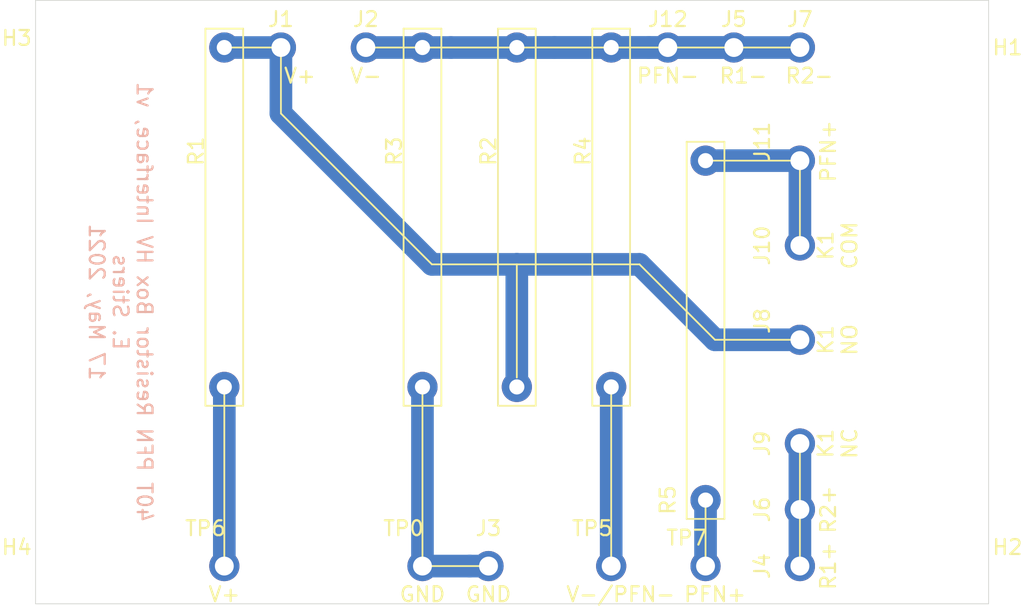
<source format=kicad_pcb>
(kicad_pcb (version 20171130) (host pcbnew "(5.1.6)-1")

  (general
    (thickness 1.6)
    (drawings 40)
    (tracks 23)
    (zones 0)
    (modules 25)
    (nets 9)
  )

  (page A4)
  (title_block
    (title "40T PFN Resistor Box HV Interface")
    (date 2021-05-17)
    (rev 1)
    (company NHMFL)
    (comment 1 "E. Stiers")
  )

  (layers
    (0 F.Cu signal)
    (31 B.Cu signal)
    (32 B.Adhes user)
    (33 F.Adhes user)
    (34 B.Paste user)
    (35 F.Paste user)
    (36 B.SilkS user)
    (37 F.SilkS user)
    (38 B.Mask user)
    (39 F.Mask user)
    (40 Dwgs.User user)
    (41 Cmts.User user)
    (42 Eco1.User user)
    (43 Eco2.User user)
    (44 Edge.Cuts user)
    (45 Margin user)
    (46 B.CrtYd user)
    (47 F.CrtYd user)
    (48 B.Fab user)
    (49 F.Fab user hide)
  )

  (setup
    (last_trace_width 0.25)
    (user_trace_width 0.0254)
    (user_trace_width 1.524)
    (trace_clearance 0.2)
    (zone_clearance 0.508)
    (zone_45_only no)
    (trace_min 0.2)
    (via_size 0.8)
    (via_drill 0.4)
    (via_min_size 0.4)
    (via_min_drill 0.3)
    (uvia_size 0.3)
    (uvia_drill 0.1)
    (uvias_allowed no)
    (uvia_min_size 0.2)
    (uvia_min_drill 0.1)
    (edge_width 0.05)
    (segment_width 0.2)
    (pcb_text_width 0.3)
    (pcb_text_size 1.5 1.5)
    (mod_edge_width 0.12)
    (mod_text_size 1 1)
    (mod_text_width 0.15)
    (pad_size 2.032 2.032)
    (pad_drill 1.27)
    (pad_to_mask_clearance 0.05)
    (aux_axis_origin 0 0)
    (visible_elements 7FFFFFFF)
    (pcbplotparams
      (layerselection 0x010fc_ffffffff)
      (usegerberextensions false)
      (usegerberattributes true)
      (usegerberadvancedattributes true)
      (creategerberjobfile true)
      (excludeedgelayer true)
      (linewidth 0.100000)
      (plotframeref false)
      (viasonmask false)
      (mode 1)
      (useauxorigin false)
      (hpglpennumber 1)
      (hpglpenspeed 20)
      (hpglpendiameter 15.000000)
      (psnegative false)
      (psa4output false)
      (plotreference true)
      (plotvalue true)
      (plotinvisibletext false)
      (padsonsilk false)
      (subtractmaskfromsilk false)
      (outputformat 1)
      (mirror false)
      (drillshape 1)
      (scaleselection 1)
      (outputdirectory ""))
  )

  (net 0 "")
  (net 1 "Net-(J1-Pad1)")
  (net 2 "Net-(J12-Pad1)")
  (net 3 "Net-(J3-Pad1)")
  (net 4 "Net-(J4-Pad1)")
  (net 5 "Net-(J10-Pad1)")
  (net 6 "Net-(R1-Pad1)")
  (net 7 "Net-(R4-Pad2)")
  (net 8 "Net-(R5-Pad1)")

  (net_class Default "This is the default net class."
    (clearance 0.2)
    (trace_width 0.25)
    (via_dia 0.8)
    (via_drill 0.4)
    (uvia_dia 0.3)
    (uvia_drill 0.1)
    (add_net "Net-(J1-Pad1)")
    (add_net "Net-(J10-Pad1)")
    (add_net "Net-(J12-Pad1)")
    (add_net "Net-(J3-Pad1)")
    (add_net "Net-(J4-Pad1)")
    (add_net "Net-(R1-Pad1)")
    (add_net "Net-(R4-Pad2)")
    (add_net "Net-(R5-Pad1)")
  )

  (module es_uncommon:TestPoint_50mil_thru (layer F.Cu) (tedit 60A316BF) (tstamp 60A2D894)
    (at 158.75 100.965)
    (path /60A2F9A2)
    (fp_text reference TP7 (at -1.27 -1.905) (layer F.SilkS)
      (effects (font (size 1 1) (thickness 0.15)))
    )
    (fp_text value PFN+ (at 0 -5.08) (layer F.Fab)
      (effects (font (size 1 1) (thickness 0.15)))
    )
    (pad 1 thru_hole circle (at 0 0) (size 2.032 2.032) (drill 1.27) (layers *.Cu *.Mask)
      (net 8 "Net-(R5-Pad1)"))
  )

  (module es_uncommon:TestPoint_50mil_thru (layer F.Cu) (tedit 60A316BF) (tstamp 60A2D88F)
    (at 126.365 100.965)
    (path /60A365BC)
    (fp_text reference TP6 (at -1.27 -2.54) (layer F.SilkS)
      (effects (font (size 1 1) (thickness 0.15)))
    )
    (fp_text value V+ (at 0 -5.08) (layer F.Fab)
      (effects (font (size 1 1) (thickness 0.15)))
    )
    (pad 1 thru_hole circle (at 0 0) (size 2.032 2.032) (drill 1.27) (layers *.Cu *.Mask)
      (net 6 "Net-(R1-Pad1)"))
  )

  (module es_uncommon:TestPoint_50mil_thru (layer F.Cu) (tedit 60A316BF) (tstamp 60A2D88A)
    (at 152.4 100.965)
    (path /60A300B3)
    (fp_text reference TP5 (at -1.27 -2.54) (layer F.SilkS)
      (effects (font (size 1 1) (thickness 0.15)))
    )
    (fp_text value V-/PFN- (at 0 -5.08) (layer F.Fab)
      (effects (font (size 1 1) (thickness 0.15)))
    )
    (pad 1 thru_hole circle (at 0 0) (size 2.032 2.032) (drill 1.27) (layers *.Cu *.Mask)
      (net 7 "Net-(R4-Pad2)"))
  )

  (module es_uncommon:TestPoint_50mil_thru (layer F.Cu) (tedit 60A316BF) (tstamp 60A2D885)
    (at 139.7 100.965)
    (path /60A40D99)
    (fp_text reference TP0 (at -1.27 -2.54) (layer F.SilkS)
      (effects (font (size 1 1) (thickness 0.15)))
    )
    (fp_text value GND (at 0 -5.08) (layer F.Fab)
      (effects (font (size 1 1) (thickness 0.15)))
    )
    (pad 1 thru_hole circle (at 0 0) (size 2.032 2.032) (drill 1.27) (layers *.Cu *.Mask)
      (net 3 "Net-(J3-Pad1)"))
  )

  (module es_uncommon:TestPoint_50mil_thru (layer F.Cu) (tedit 60A316BF) (tstamp 60A2DC64)
    (at 156.21 66.04)
    (path /60A351D5)
    (fp_text reference J12 (at 0 -1.905) (layer F.SilkS)
      (effects (font (size 1 1) (thickness 0.15)))
    )
    (fp_text value PFN- (at 0 -5.08) (layer F.Fab)
      (effects (font (size 1 1) (thickness 0.15)))
    )
    (pad 1 thru_hole circle (at 0 0) (size 2.032 2.032) (drill 1.27) (layers *.Cu *.Mask)
      (net 2 "Net-(J12-Pad1)"))
  )

  (module es_uncommon:TestPoint_50mil_thru (layer F.Cu) (tedit 60A316BF) (tstamp 60A31908)
    (at 165.1 73.66 90)
    (path /60A34F41)
    (fp_text reference J11 (at 1.27 -2.54 90) (layer F.SilkS)
      (effects (font (size 1 1) (thickness 0.15)))
    )
    (fp_text value PFN+ (at 0 -5.08 90) (layer F.Fab)
      (effects (font (size 1 1) (thickness 0.15)))
    )
    (pad 1 thru_hole circle (at 0 0 90) (size 2.032 2.032) (drill 1.27) (layers *.Cu *.Mask)
      (net 5 "Net-(J10-Pad1)"))
  )

  (module es_uncommon:TestPoint_50mil_thru (layer F.Cu) (tedit 60A316BF) (tstamp 60A2D844)
    (at 165.1 79.375 90)
    (path /60A34812)
    (fp_text reference J10 (at 0 -2.54 90) (layer F.SilkS)
      (effects (font (size 1 1) (thickness 0.15)))
    )
    (fp_text value "K1 COM" (at 0 -5.08 90) (layer F.Fab)
      (effects (font (size 1 1) (thickness 0.15)))
    )
    (pad 1 thru_hole circle (at 0 0 90) (size 2.032 2.032) (drill 1.27) (layers *.Cu *.Mask)
      (net 5 "Net-(J10-Pad1)"))
  )

  (module es_uncommon:TestPoint_50mil_thru (layer F.Cu) (tedit 60A316BF) (tstamp 60A2D83F)
    (at 165.1 92.71 90)
    (path /60A342D2)
    (fp_text reference J9 (at 0 -2.54 90) (layer F.SilkS)
      (effects (font (size 1 1) (thickness 0.15)))
    )
    (fp_text value "K1 NC" (at 0 -5.08 90) (layer F.Fab)
      (effects (font (size 1 1) (thickness 0.15)))
    )
    (pad 1 thru_hole circle (at 0 0 90) (size 2.032 2.032) (drill 1.27) (layers *.Cu *.Mask)
      (net 4 "Net-(J4-Pad1)"))
  )

  (module es_uncommon:TestPoint_50mil_thru (layer F.Cu) (tedit 60A316BF) (tstamp 60A318EE)
    (at 165.1 85.725 90)
    (path /60A33B82)
    (fp_text reference J8 (at 1.27 -2.54 90) (layer F.SilkS)
      (effects (font (size 1 1) (thickness 0.15)))
    )
    (fp_text value "K1 NO" (at 0 -5.08 90) (layer F.Fab)
      (effects (font (size 1 1) (thickness 0.15)))
    )
    (pad 1 thru_hole circle (at 0 0 90) (size 2.032 2.032) (drill 1.27) (layers *.Cu *.Mask)
      (net 1 "Net-(J1-Pad1)"))
  )

  (module es_uncommon:TestPoint_50mil_thru (layer F.Cu) (tedit 60A316BF) (tstamp 60A2D835)
    (at 165.1 66.04)
    (path /60A331D1)
    (fp_text reference J7 (at 0 -1.905) (layer F.SilkS)
      (effects (font (size 1 1) (thickness 0.15)))
    )
    (fp_text value R2- (at 0 -5.08) (layer F.Fab)
      (effects (font (size 1 1) (thickness 0.15)))
    )
    (pad 1 thru_hole circle (at 0 0) (size 2.032 2.032) (drill 1.27) (layers *.Cu *.Mask)
      (net 2 "Net-(J12-Pad1)"))
  )

  (module es_uncommon:TestPoint_50mil_thru (layer F.Cu) (tedit 60A316BF) (tstamp 60A2D830)
    (at 165.1 97.155 90)
    (path /60A32652)
    (fp_text reference J6 (at 0 -2.54 90) (layer F.SilkS)
      (effects (font (size 1 1) (thickness 0.15)))
    )
    (fp_text value R2+ (at 0 -5.08 90) (layer F.Fab)
      (effects (font (size 1 1) (thickness 0.15)))
    )
    (pad 1 thru_hole circle (at 0 0 90) (size 2.032 2.032) (drill 1.27) (layers *.Cu *.Mask)
      (net 4 "Net-(J4-Pad1)"))
  )

  (module es_uncommon:TestPoint_50mil_thru (layer F.Cu) (tedit 60A316BF) (tstamp 60A2D82B)
    (at 160.655 66.04)
    (path /60A32BA2)
    (fp_text reference J5 (at 0 -1.905) (layer F.SilkS)
      (effects (font (size 1 1) (thickness 0.15)))
    )
    (fp_text value R1- (at 0 -5.08) (layer F.Fab)
      (effects (font (size 1 1) (thickness 0.15)))
    )
    (pad 1 thru_hole circle (at 0 0) (size 2.032 2.032) (drill 1.27) (layers *.Cu *.Mask)
      (net 2 "Net-(J12-Pad1)"))
  )

  (module es_uncommon:TestPoint_50mil_thru (layer F.Cu) (tedit 60A316BF) (tstamp 60A2D826)
    (at 165.1 100.965 90)
    (path /60A32161)
    (fp_text reference J4 (at 0 -2.54 90) (layer F.SilkS)
      (effects (font (size 1 1) (thickness 0.15)))
    )
    (fp_text value R1+ (at 0 -5.08 90) (layer F.Fab)
      (effects (font (size 1 1) (thickness 0.15)))
    )
    (pad 1 thru_hole circle (at 0 0 90) (size 2.032 2.032) (drill 1.27) (layers *.Cu *.Mask)
      (net 4 "Net-(J4-Pad1)"))
  )

  (module es_uncommon:TestPoint_50mil_thru (layer F.Cu) (tedit 60A316BF) (tstamp 60A2DC34)
    (at 135.89 66.04)
    (path /60A2E797)
    (fp_text reference J2 (at 0 -1.905) (layer F.SilkS)
      (effects (font (size 1 1) (thickness 0.15)))
    )
    (fp_text value V- (at 0 -5.08) (layer F.Fab)
      (effects (font (size 1 1) (thickness 0.15)))
    )
    (pad 1 thru_hole circle (at 0 0) (size 2.032 2.032) (drill 1.27) (layers *.Cu *.Mask)
      (net 2 "Net-(J12-Pad1)"))
  )

  (module es_uncommon:TestPoint_50mil_thru (layer F.Cu) (tedit 60A316BF) (tstamp 60A2DC4C)
    (at 130.175 66.04)
    (path /60A2CF92)
    (fp_text reference J1 (at 0 -1.905) (layer F.SilkS)
      (effects (font (size 1 1) (thickness 0.15)))
    )
    (fp_text value V+ (at 0 -5.08) (layer F.Fab)
      (effects (font (size 1 1) (thickness 0.15)))
    )
    (pad 1 thru_hole circle (at 0 0) (size 2.032 2.032) (drill 1.27) (layers *.Cu *.Mask)
      (net 1 "Net-(J1-Pad1)"))
  )

  (module es_uncommon:TestPoint_50mil_thru (layer F.Cu) (tedit 60A316BF) (tstamp 60A2DC40)
    (at 144.145 100.965)
    (path /60A4B4BF)
    (fp_text reference J3 (at 0 -2.54) (layer F.SilkS)
      (effects (font (size 1 1) (thickness 0.15)))
    )
    (fp_text value GND (at 0 -5.08) (layer F.Fab)
      (effects (font (size 1 1) (thickness 0.15)))
    )
    (pad 1 thru_hole circle (at 0 0) (size 2.032 2.032) (drill 1.27) (layers *.Cu *.Mask)
      (net 3 "Net-(J3-Pad1)"))
  )

  (module es_uncommon:SLIM-MOX10403 (layer F.Cu) (tedit 609E9FC8) (tstamp 60A2D880)
    (at 158.75 85.09 90)
    (path /60A2F67F)
    (fp_text reference R5 (at -11.43 -2.54 90) (layer F.SilkS)
      (effects (font (size 1 1) (thickness 0.15)))
    )
    (fp_text value 1M (at 0 2.54 90) (layer F.Fab)
      (effects (font (size 1 1) (thickness 0.15)))
    )
    (fp_line (start -12.7 -1.27) (end -12.7 1.27) (layer F.SilkS) (width 0.12))
    (fp_line (start -12.7 1.27) (end 12.7 1.27) (layer F.SilkS) (width 0.12))
    (fp_line (start 12.7 1.27) (end 12.7 -1.27) (layer F.SilkS) (width 0.12))
    (fp_line (start 12.7 -1.27) (end -12.7 -1.27) (layer F.SilkS) (width 0.12))
    (pad 2 thru_hole circle (at 11.43 0 90) (size 2.032 2.032) (drill 1.016) (layers *.Cu *.Mask)
      (net 5 "Net-(J10-Pad1)"))
    (pad 1 thru_hole circle (at -11.43 0 90) (size 2.032 2.032) (drill 1.016) (layers *.Cu *.Mask)
      (net 8 "Net-(R5-Pad1)"))
  )

  (module MountingHole:MountingHole_3.2mm_M3 (layer F.Cu) (tedit 56D1B4CB) (tstamp 60A2E443)
    (at 117.475 99.695)
    (descr "Mounting Hole 3.2mm, no annular, M3")
    (tags "mounting hole 3.2mm no annular m3")
    (path /60A43B62)
    (attr virtual)
    (fp_text reference H4 (at -5.08 0) (layer F.SilkS)
      (effects (font (size 1 1) (thickness 0.15)))
    )
    (fp_text value MountingHole (at 0 4.2) (layer F.Fab)
      (effects (font (size 1 1) (thickness 0.15)))
    )
    (fp_circle (center 0 0) (end 3.2 0) (layer Cmts.User) (width 0.15))
    (fp_circle (center 0 0) (end 3.45 0) (layer F.CrtYd) (width 0.05))
    (fp_text user %R (at 0.3 0) (layer F.Fab)
      (effects (font (size 1 1) (thickness 0.15)))
    )
    (pad 1 np_thru_hole circle (at 0 0) (size 3.2 3.2) (drill 3.2) (layers *.Cu *.Mask))
  )

  (module MountingHole:MountingHole_3.2mm_M3 (layer F.Cu) (tedit 56D1B4CB) (tstamp 60A2E43B)
    (at 117.475 66.675)
    (descr "Mounting Hole 3.2mm, no annular, M3")
    (tags "mounting hole 3.2mm no annular m3")
    (path /60A4393C)
    (attr virtual)
    (fp_text reference H3 (at -5.08 -1.27) (layer F.SilkS)
      (effects (font (size 1 1) (thickness 0.15)))
    )
    (fp_text value MountingHole (at 0 4.2) (layer F.Fab)
      (effects (font (size 1 1) (thickness 0.15)))
    )
    (fp_circle (center 0 0) (end 3.2 0) (layer Cmts.User) (width 0.15))
    (fp_circle (center 0 0) (end 3.45 0) (layer F.CrtYd) (width 0.05))
    (fp_text user %R (at 0.3 0) (layer F.Fab)
      (effects (font (size 1 1) (thickness 0.15)))
    )
    (pad 1 np_thru_hole circle (at 0 0) (size 3.2 3.2) (drill 3.2) (layers *.Cu *.Mask))
  )

  (module MountingHole:MountingHole_3.2mm_M3 (layer F.Cu) (tedit 56D1B4CB) (tstamp 60A2E433)
    (at 173.99 99.695)
    (descr "Mounting Hole 3.2mm, no annular, M3")
    (tags "mounting hole 3.2mm no annular m3")
    (path /60A436FD)
    (attr virtual)
    (fp_text reference H2 (at 5.08 0) (layer F.SilkS)
      (effects (font (size 1 1) (thickness 0.15)))
    )
    (fp_text value MountingHole (at 0 4.2) (layer F.Fab)
      (effects (font (size 1 1) (thickness 0.15)))
    )
    (fp_circle (center 0 0) (end 3.2 0) (layer Cmts.User) (width 0.15))
    (fp_circle (center 0 0) (end 3.45 0) (layer F.CrtYd) (width 0.05))
    (fp_text user %R (at 0.3 0) (layer F.Fab)
      (effects (font (size 1 1) (thickness 0.15)))
    )
    (pad 1 np_thru_hole circle (at 0 0) (size 3.2 3.2) (drill 3.2) (layers *.Cu *.Mask))
  )

  (module MountingHole:MountingHole_3.2mm_M3 (layer F.Cu) (tedit 56D1B4CB) (tstamp 60A30E48)
    (at 173.99 66.675)
    (descr "Mounting Hole 3.2mm, no annular, M3")
    (tags "mounting hole 3.2mm no annular m3")
    (path /60A42DDF)
    (attr virtual)
    (fp_text reference H1 (at 5.08 -0.635) (layer F.SilkS)
      (effects (font (size 1 1) (thickness 0.15)))
    )
    (fp_text value MountingHole (at 9.525 0.635) (layer F.Fab)
      (effects (font (size 1 1) (thickness 0.15)))
    )
    (fp_circle (center 0 0) (end 3.2 0) (layer Cmts.User) (width 0.15))
    (fp_circle (center 0 0) (end 3.45 0) (layer F.CrtYd) (width 0.05))
    (fp_text user %R (at 0.3 0) (layer F.Fab)
      (effects (font (size 1 1) (thickness 0.15)))
    )
    (pad 1 np_thru_hole circle (at 0 0) (size 3.2 3.2) (drill 3.2) (layers *.Cu *.Mask))
  )

  (module es_uncommon:SLIM-MOX10403 (layer F.Cu) (tedit 609E9FC8) (tstamp 60A2DD42)
    (at 152.4 77.47 270)
    (path /60A2F38B)
    (fp_text reference R4 (at -4.445 1.905 90) (layer F.SilkS)
      (effects (font (size 1 1) (thickness 0.15)))
    )
    (fp_text value 1M (at 0 2.54 90) (layer F.Fab)
      (effects (font (size 1 1) (thickness 0.15)))
    )
    (fp_line (start -12.7 -1.27) (end -12.7 1.27) (layer F.SilkS) (width 0.12))
    (fp_line (start -12.7 1.27) (end 12.7 1.27) (layer F.SilkS) (width 0.12))
    (fp_line (start 12.7 1.27) (end 12.7 -1.27) (layer F.SilkS) (width 0.12))
    (fp_line (start 12.7 -1.27) (end -12.7 -1.27) (layer F.SilkS) (width 0.12))
    (pad 2 thru_hole circle (at 11.43 0 270) (size 2.032 2.032) (drill 1.016) (layers *.Cu *.Mask)
      (net 7 "Net-(R4-Pad2)"))
    (pad 1 thru_hole circle (at -11.43 0 270) (size 2.032 2.032) (drill 1.016) (layers *.Cu *.Mask)
      (net 2 "Net-(J12-Pad1)"))
  )

  (module es_uncommon:SLIM-MOX10403 (layer F.Cu) (tedit 609E9FC8) (tstamp 60A2D86C)
    (at 139.7 77.47 270)
    (path /60A2F046)
    (fp_text reference R3 (at -4.445 1.905 90) (layer F.SilkS)
      (effects (font (size 1 1) (thickness 0.15)))
    )
    (fp_text value 1M (at 0 2.54 90) (layer F.Fab)
      (effects (font (size 1 1) (thickness 0.15)))
    )
    (fp_line (start -12.7 -1.27) (end -12.7 1.27) (layer F.SilkS) (width 0.12))
    (fp_line (start -12.7 1.27) (end 12.7 1.27) (layer F.SilkS) (width 0.12))
    (fp_line (start 12.7 1.27) (end 12.7 -1.27) (layer F.SilkS) (width 0.12))
    (fp_line (start 12.7 -1.27) (end -12.7 -1.27) (layer F.SilkS) (width 0.12))
    (pad 2 thru_hole circle (at 11.43 0 270) (size 2.032 2.032) (drill 1.016) (layers *.Cu *.Mask)
      (net 3 "Net-(J3-Pad1)"))
    (pad 1 thru_hole circle (at -11.43 0 270) (size 2.032 2.032) (drill 1.016) (layers *.Cu *.Mask)
      (net 2 "Net-(J12-Pad1)"))
  )

  (module es_uncommon:SLIM-MOX10403 (layer F.Cu) (tedit 609E9FC8) (tstamp 60A2D862)
    (at 146.05 77.47 90)
    (path /60A2DA8F)
    (fp_text reference R2 (at 4.445 -1.905 90) (layer F.SilkS)
      (effects (font (size 1 1) (thickness 0.15)))
    )
    (fp_text value 1M (at 0 2.54 90) (layer F.Fab)
      (effects (font (size 1 1) (thickness 0.15)))
    )
    (fp_line (start -12.7 -1.27) (end -12.7 1.27) (layer F.SilkS) (width 0.12))
    (fp_line (start -12.7 1.27) (end 12.7 1.27) (layer F.SilkS) (width 0.12))
    (fp_line (start 12.7 1.27) (end 12.7 -1.27) (layer F.SilkS) (width 0.12))
    (fp_line (start 12.7 -1.27) (end -12.7 -1.27) (layer F.SilkS) (width 0.12))
    (pad 2 thru_hole circle (at 11.43 0 90) (size 2.032 2.032) (drill 1.016) (layers *.Cu *.Mask)
      (net 2 "Net-(J12-Pad1)"))
    (pad 1 thru_hole circle (at -11.43 0 90) (size 2.032 2.032) (drill 1.016) (layers *.Cu *.Mask)
      (net 1 "Net-(J1-Pad1)"))
  )

  (module es_uncommon:SLIM-MOX10403 (layer F.Cu) (tedit 609E9FC8) (tstamp 60A2D858)
    (at 126.365 77.47 90)
    (path /60A35E7F)
    (fp_text reference R1 (at 4.445 -1.905 90) (layer F.SilkS)
      (effects (font (size 1 1) (thickness 0.15)))
    )
    (fp_text value 1M (at 0 2.54 90) (layer F.Fab)
      (effects (font (size 1 1) (thickness 0.15)))
    )
    (fp_line (start -12.7 -1.27) (end -12.7 1.27) (layer F.SilkS) (width 0.12))
    (fp_line (start -12.7 1.27) (end 12.7 1.27) (layer F.SilkS) (width 0.12))
    (fp_line (start 12.7 1.27) (end 12.7 -1.27) (layer F.SilkS) (width 0.12))
    (fp_line (start 12.7 -1.27) (end -12.7 -1.27) (layer F.SilkS) (width 0.12))
    (pad 2 thru_hole circle (at 11.43 0 90) (size 2.032 2.032) (drill 1.016) (layers *.Cu *.Mask)
      (net 1 "Net-(J1-Pad1)"))
    (pad 1 thru_hole circle (at -11.43 0 90) (size 2.032 2.032) (drill 1.016) (layers *.Cu *.Mask)
      (net 6 "Net-(R1-Pad1)"))
  )

  (gr_text "40T PFN Resistor Box HV Interface, v1\nE. Stiers\n17 May, 2021" (at 119.38 83.185 270) (layer B.SilkS)
    (effects (font (size 1 1) (thickness 0.15)) (justify mirror))
  )
  (gr_line (start 165.1 92.71) (end 165.1 100.965) (layer F.SilkS) (width 0.12))
  (gr_line (start 158.75 96.52) (end 158.75 100.965) (layer F.SilkS) (width 0.12))
  (gr_line (start 152.4 88.9) (end 152.4 100.965) (layer F.SilkS) (width 0.12))
  (gr_line (start 140.335 80.645) (end 138.43 78.74) (layer F.SilkS) (width 0.12) (tstamp 60A310D9))
  (gr_line (start 154.305 80.645) (end 140.335 80.645) (layer F.SilkS) (width 0.12))
  (gr_line (start 159.385 85.725) (end 154.305 80.645) (layer F.SilkS) (width 0.12))
  (gr_line (start 160.02 85.725) (end 159.385 85.725) (layer F.SilkS) (width 0.12))
  (gr_line (start 139.7 100.965) (end 139.7 88.9) (layer F.SilkS) (width 0.12))
  (gr_line (start 140.335 100.965) (end 139.7 100.965) (layer F.SilkS) (width 0.12))
  (gr_line (start 135.89 66.04) (end 165.1 66.04) (layer F.SilkS) (width 0.12))
  (gr_line (start 165.1 79.375) (end 165.1 73.66) (layer F.SilkS) (width 0.12) (tstamp 60A3108D))
  (gr_line (start 158.75 73.66) (end 165.1 73.66) (layer F.SilkS) (width 0.12))
  (gr_line (start 160.02 85.725) (end 165.1 85.725) (layer F.SilkS) (width 0.12))
  (gr_line (start 146.05 88.265) (end 146.05 80.645) (layer F.SilkS) (width 0.12))
  (gr_line (start 130.175 70.485) (end 138.43 78.74) (layer F.SilkS) (width 0.12))
  (gr_line (start 130.175 66.04) (end 130.175 70.485) (layer F.SilkS) (width 0.12))
  (gr_line (start 126.365 66.04) (end 130.175 66.04) (layer F.SilkS) (width 0.12))
  (gr_line (start 140.335 100.965) (end 144.145 100.965) (layer F.SilkS) (width 0.12))
  (gr_line (start 126.365 88.9) (end 126.365 100.965) (layer F.SilkS) (width 0.12))
  (gr_text PFN+ (at 159.385 102.87) (layer F.SilkS)
    (effects (font (size 1 1) (thickness 0.15)))
  )
  (gr_text V-/PFN- (at 153.035 102.87) (layer F.SilkS)
    (effects (font (size 1 1) (thickness 0.15)))
  )
  (gr_text GND (at 144.145 102.87) (layer F.SilkS)
    (effects (font (size 1 1) (thickness 0.15)))
  )
  (gr_text GND (at 139.7 102.87) (layer F.SilkS)
    (effects (font (size 1 1) (thickness 0.15)))
  )
  (gr_text V+ (at 126.365 102.87) (layer F.SilkS)
    (effects (font (size 1 1) (thickness 0.15)))
  )
  (gr_text R1+ (at 167.005 100.965 90) (layer F.SilkS)
    (effects (font (size 1 1) (thickness 0.15)))
  )
  (gr_text R2+ (at 167.005 97.155 90) (layer F.SilkS)
    (effects (font (size 1 1) (thickness 0.15)))
  )
  (gr_text "K1\nNC" (at 167.64 92.71 90) (layer F.SilkS)
    (effects (font (size 1 1) (thickness 0.15)))
  )
  (gr_text "K1\nNO" (at 167.64 85.725 90) (layer F.SilkS)
    (effects (font (size 1 1) (thickness 0.15)))
  )
  (gr_text "K1\nCOM" (at 167.64 79.375 90) (layer F.SilkS)
    (effects (font (size 1 1) (thickness 0.15)))
  )
  (gr_text PFN+ (at 167.005 73.025 90) (layer F.SilkS)
    (effects (font (size 1 1) (thickness 0.15)))
  )
  (gr_text R2- (at 165.735 67.945) (layer F.SilkS)
    (effects (font (size 1 1) (thickness 0.15)))
  )
  (gr_text R1- (at 161.29 67.945) (layer F.SilkS)
    (effects (font (size 1 1) (thickness 0.15)))
  )
  (gr_text PFN- (at 156.21 67.945) (layer F.SilkS)
    (effects (font (size 1 1) (thickness 0.15)))
  )
  (gr_text V- (at 135.89 67.945) (layer F.SilkS)
    (effects (font (size 1 1) (thickness 0.15)))
  )
  (gr_text V+ (at 131.445 67.945) (layer F.SilkS)
    (effects (font (size 1 1) (thickness 0.15)))
  )
  (gr_line (start 177.8 62.865) (end 113.665 62.865) (layer Edge.Cuts) (width 0.05) (tstamp 60A30E1A))
  (gr_line (start 177.8 103.505) (end 177.8 62.865) (layer Edge.Cuts) (width 0.05))
  (gr_line (start 113.665 103.505) (end 177.8 103.505) (layer Edge.Cuts) (width 0.05))
  (gr_line (start 113.665 62.865) (end 113.665 103.505) (layer Edge.Cuts) (width 0.05))

  (segment (start 130.175 70.485) (end 130.175 66.04) (width 1.524) (layer B.Cu) (net 1))
  (segment (start 140.335 80.645) (end 130.175 70.485) (width 1.524) (layer B.Cu) (net 1))
  (segment (start 126.365 66.04) (end 130.175 66.04) (width 1.524) (layer B.Cu) (net 1))
  (segment (start 146.05 88.9) (end 146.05 80.645) (width 1.524) (layer B.Cu) (net 1))
  (segment (start 146.05 80.645) (end 140.335 80.645) (width 1.524) (layer B.Cu) (net 1))
  (segment (start 146.05 80.645) (end 154.305 80.645) (width 1.524) (layer B.Cu) (net 1))
  (segment (start 154.305 80.645) (end 159.385 85.725) (width 1.524) (layer B.Cu) (net 1))
  (segment (start 159.385 85.725) (end 165.1 85.725) (width 1.524) (layer B.Cu) (net 1))
  (segment (start 135.89 66.04) (end 141.605 66.04) (width 1.524) (layer B.Cu) (net 2))
  (segment (start 154.94 66.04) (end 160.02 66.04) (width 1.524) (layer B.Cu) (net 2))
  (segment (start 141.605 66.04) (end 148.59 66.04) (width 1.524) (layer B.Cu) (net 2))
  (segment (start 148.59 66.04) (end 154.94 66.04) (width 1.524) (layer B.Cu) (net 2))
  (segment (start 147.32 66.04) (end 165.1 66.04) (width 1.524) (layer B.Cu) (net 2))
  (segment (start 139.7 100.965) (end 142.875 100.965) (width 1.524) (layer B.Cu) (net 3))
  (segment (start 144.145 100.965) (end 142.875 100.965) (width 1.524) (layer B.Cu) (net 3))
  (segment (start 139.7 88.9) (end 139.7 100.965) (width 1.524) (layer B.Cu) (net 3))
  (segment (start 165.1 92.71) (end 165.1 97.155) (width 1.524) (layer B.Cu) (net 4))
  (segment (start 165.1 97.155) (end 165.1 100.965) (width 1.524) (layer B.Cu) (net 4))
  (segment (start 165.1 79.375) (end 165.1 73.66) (width 1.524) (layer B.Cu) (net 5))
  (segment (start 158.75 73.66) (end 165.1 73.66) (width 1.524) (layer B.Cu) (net 5))
  (segment (start 126.365 88.9) (end 126.365 100.965) (width 1.524) (layer B.Cu) (net 6))
  (segment (start 152.4 88.9) (end 152.4 100.965) (width 1.524) (layer B.Cu) (net 7))
  (segment (start 158.75 96.52) (end 158.75 100.965) (width 1.524) (layer B.Cu) (net 8))

)

</source>
